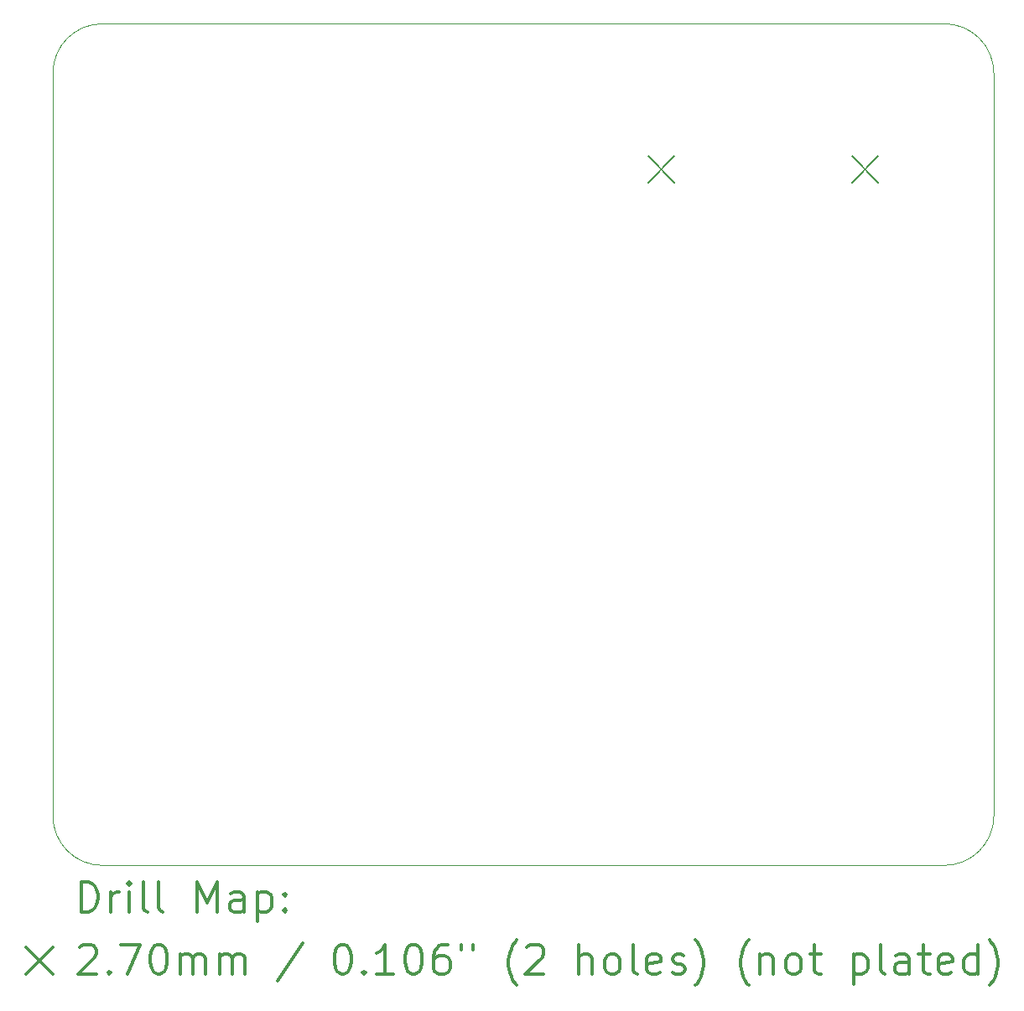
<source format=gbr>
%FSLAX45Y45*%
G04 Gerber Fmt 4.5, Leading zero omitted, Abs format (unit mm)*
G04 Created by KiCad (PCBNEW 5.1.5+dfsg1-2build2) date 2022-03-08 20:12:54*
%MOMM*%
%LPD*%
G04 APERTURE LIST*
%TA.AperFunction,Profile*%
%ADD10C,0.050000*%
%TD*%
%ADD11C,0.200000*%
%ADD12C,0.300000*%
G04 APERTURE END LIST*
D10*
X13500000Y-4900000D02*
G75*
G02X14000000Y-5400000I0J-500000D01*
G01*
X4500000Y-5400000D02*
G75*
G02X5000000Y-4900000I500000J0D01*
G01*
X5000000Y-13400000D02*
G75*
G02X4500000Y-12900000I0J500000D01*
G01*
X14000000Y-12900000D02*
G75*
G02X13500000Y-13400000I-500000J0D01*
G01*
X13500000Y-13400000D02*
X5000000Y-13400000D01*
X14000000Y-12900000D02*
X14000000Y-5400000D01*
X13500000Y-4900000D02*
X5000000Y-4900000D01*
X4500000Y-5400000D02*
X4500000Y-12900000D01*
D11*
X10507600Y-6233100D02*
X10777600Y-6503100D01*
X10777600Y-6233100D02*
X10507600Y-6503100D01*
X12565000Y-6233100D02*
X12835000Y-6503100D01*
X12835000Y-6233100D02*
X12565000Y-6503100D01*
D12*
X4783928Y-13868214D02*
X4783928Y-13568214D01*
X4855357Y-13568214D01*
X4898214Y-13582500D01*
X4926786Y-13611071D01*
X4941071Y-13639643D01*
X4955357Y-13696786D01*
X4955357Y-13739643D01*
X4941071Y-13796786D01*
X4926786Y-13825357D01*
X4898214Y-13853929D01*
X4855357Y-13868214D01*
X4783928Y-13868214D01*
X5083928Y-13868214D02*
X5083928Y-13668214D01*
X5083928Y-13725357D02*
X5098214Y-13696786D01*
X5112500Y-13682500D01*
X5141071Y-13668214D01*
X5169643Y-13668214D01*
X5269643Y-13868214D02*
X5269643Y-13668214D01*
X5269643Y-13568214D02*
X5255357Y-13582500D01*
X5269643Y-13596786D01*
X5283928Y-13582500D01*
X5269643Y-13568214D01*
X5269643Y-13596786D01*
X5455357Y-13868214D02*
X5426786Y-13853929D01*
X5412500Y-13825357D01*
X5412500Y-13568214D01*
X5612500Y-13868214D02*
X5583928Y-13853929D01*
X5569643Y-13825357D01*
X5569643Y-13568214D01*
X5955357Y-13868214D02*
X5955357Y-13568214D01*
X6055357Y-13782500D01*
X6155357Y-13568214D01*
X6155357Y-13868214D01*
X6426786Y-13868214D02*
X6426786Y-13711071D01*
X6412500Y-13682500D01*
X6383928Y-13668214D01*
X6326786Y-13668214D01*
X6298214Y-13682500D01*
X6426786Y-13853929D02*
X6398214Y-13868214D01*
X6326786Y-13868214D01*
X6298214Y-13853929D01*
X6283928Y-13825357D01*
X6283928Y-13796786D01*
X6298214Y-13768214D01*
X6326786Y-13753929D01*
X6398214Y-13753929D01*
X6426786Y-13739643D01*
X6569643Y-13668214D02*
X6569643Y-13968214D01*
X6569643Y-13682500D02*
X6598214Y-13668214D01*
X6655357Y-13668214D01*
X6683928Y-13682500D01*
X6698214Y-13696786D01*
X6712500Y-13725357D01*
X6712500Y-13811071D01*
X6698214Y-13839643D01*
X6683928Y-13853929D01*
X6655357Y-13868214D01*
X6598214Y-13868214D01*
X6569643Y-13853929D01*
X6841071Y-13839643D02*
X6855357Y-13853929D01*
X6841071Y-13868214D01*
X6826786Y-13853929D01*
X6841071Y-13839643D01*
X6841071Y-13868214D01*
X6841071Y-13682500D02*
X6855357Y-13696786D01*
X6841071Y-13711071D01*
X6826786Y-13696786D01*
X6841071Y-13682500D01*
X6841071Y-13711071D01*
X4227500Y-14227500D02*
X4497500Y-14497500D01*
X4497500Y-14227500D02*
X4227500Y-14497500D01*
X4769643Y-14226786D02*
X4783928Y-14212500D01*
X4812500Y-14198214D01*
X4883928Y-14198214D01*
X4912500Y-14212500D01*
X4926786Y-14226786D01*
X4941071Y-14255357D01*
X4941071Y-14283929D01*
X4926786Y-14326786D01*
X4755357Y-14498214D01*
X4941071Y-14498214D01*
X5069643Y-14469643D02*
X5083928Y-14483929D01*
X5069643Y-14498214D01*
X5055357Y-14483929D01*
X5069643Y-14469643D01*
X5069643Y-14498214D01*
X5183928Y-14198214D02*
X5383928Y-14198214D01*
X5255357Y-14498214D01*
X5555357Y-14198214D02*
X5583928Y-14198214D01*
X5612500Y-14212500D01*
X5626786Y-14226786D01*
X5641071Y-14255357D01*
X5655357Y-14312500D01*
X5655357Y-14383929D01*
X5641071Y-14441071D01*
X5626786Y-14469643D01*
X5612500Y-14483929D01*
X5583928Y-14498214D01*
X5555357Y-14498214D01*
X5526786Y-14483929D01*
X5512500Y-14469643D01*
X5498214Y-14441071D01*
X5483928Y-14383929D01*
X5483928Y-14312500D01*
X5498214Y-14255357D01*
X5512500Y-14226786D01*
X5526786Y-14212500D01*
X5555357Y-14198214D01*
X5783928Y-14498214D02*
X5783928Y-14298214D01*
X5783928Y-14326786D02*
X5798214Y-14312500D01*
X5826786Y-14298214D01*
X5869643Y-14298214D01*
X5898214Y-14312500D01*
X5912500Y-14341071D01*
X5912500Y-14498214D01*
X5912500Y-14341071D02*
X5926786Y-14312500D01*
X5955357Y-14298214D01*
X5998214Y-14298214D01*
X6026786Y-14312500D01*
X6041071Y-14341071D01*
X6041071Y-14498214D01*
X6183928Y-14498214D02*
X6183928Y-14298214D01*
X6183928Y-14326786D02*
X6198214Y-14312500D01*
X6226786Y-14298214D01*
X6269643Y-14298214D01*
X6298214Y-14312500D01*
X6312500Y-14341071D01*
X6312500Y-14498214D01*
X6312500Y-14341071D02*
X6326786Y-14312500D01*
X6355357Y-14298214D01*
X6398214Y-14298214D01*
X6426786Y-14312500D01*
X6441071Y-14341071D01*
X6441071Y-14498214D01*
X7026786Y-14183929D02*
X6769643Y-14569643D01*
X7412500Y-14198214D02*
X7441071Y-14198214D01*
X7469643Y-14212500D01*
X7483928Y-14226786D01*
X7498214Y-14255357D01*
X7512500Y-14312500D01*
X7512500Y-14383929D01*
X7498214Y-14441071D01*
X7483928Y-14469643D01*
X7469643Y-14483929D01*
X7441071Y-14498214D01*
X7412500Y-14498214D01*
X7383928Y-14483929D01*
X7369643Y-14469643D01*
X7355357Y-14441071D01*
X7341071Y-14383929D01*
X7341071Y-14312500D01*
X7355357Y-14255357D01*
X7369643Y-14226786D01*
X7383928Y-14212500D01*
X7412500Y-14198214D01*
X7641071Y-14469643D02*
X7655357Y-14483929D01*
X7641071Y-14498214D01*
X7626786Y-14483929D01*
X7641071Y-14469643D01*
X7641071Y-14498214D01*
X7941071Y-14498214D02*
X7769643Y-14498214D01*
X7855357Y-14498214D02*
X7855357Y-14198214D01*
X7826786Y-14241071D01*
X7798214Y-14269643D01*
X7769643Y-14283929D01*
X8126786Y-14198214D02*
X8155357Y-14198214D01*
X8183928Y-14212500D01*
X8198214Y-14226786D01*
X8212500Y-14255357D01*
X8226786Y-14312500D01*
X8226786Y-14383929D01*
X8212500Y-14441071D01*
X8198214Y-14469643D01*
X8183928Y-14483929D01*
X8155357Y-14498214D01*
X8126786Y-14498214D01*
X8098214Y-14483929D01*
X8083928Y-14469643D01*
X8069643Y-14441071D01*
X8055357Y-14383929D01*
X8055357Y-14312500D01*
X8069643Y-14255357D01*
X8083928Y-14226786D01*
X8098214Y-14212500D01*
X8126786Y-14198214D01*
X8483928Y-14198214D02*
X8426786Y-14198214D01*
X8398214Y-14212500D01*
X8383928Y-14226786D01*
X8355357Y-14269643D01*
X8341071Y-14326786D01*
X8341071Y-14441071D01*
X8355357Y-14469643D01*
X8369643Y-14483929D01*
X8398214Y-14498214D01*
X8455357Y-14498214D01*
X8483928Y-14483929D01*
X8498214Y-14469643D01*
X8512500Y-14441071D01*
X8512500Y-14369643D01*
X8498214Y-14341071D01*
X8483928Y-14326786D01*
X8455357Y-14312500D01*
X8398214Y-14312500D01*
X8369643Y-14326786D01*
X8355357Y-14341071D01*
X8341071Y-14369643D01*
X8626786Y-14198214D02*
X8626786Y-14255357D01*
X8741071Y-14198214D02*
X8741071Y-14255357D01*
X9183928Y-14612500D02*
X9169643Y-14598214D01*
X9141071Y-14555357D01*
X9126786Y-14526786D01*
X9112500Y-14483929D01*
X9098214Y-14412500D01*
X9098214Y-14355357D01*
X9112500Y-14283929D01*
X9126786Y-14241071D01*
X9141071Y-14212500D01*
X9169643Y-14169643D01*
X9183928Y-14155357D01*
X9283928Y-14226786D02*
X9298214Y-14212500D01*
X9326786Y-14198214D01*
X9398214Y-14198214D01*
X9426786Y-14212500D01*
X9441071Y-14226786D01*
X9455357Y-14255357D01*
X9455357Y-14283929D01*
X9441071Y-14326786D01*
X9269643Y-14498214D01*
X9455357Y-14498214D01*
X9812500Y-14498214D02*
X9812500Y-14198214D01*
X9941071Y-14498214D02*
X9941071Y-14341071D01*
X9926786Y-14312500D01*
X9898214Y-14298214D01*
X9855357Y-14298214D01*
X9826786Y-14312500D01*
X9812500Y-14326786D01*
X10126786Y-14498214D02*
X10098214Y-14483929D01*
X10083928Y-14469643D01*
X10069643Y-14441071D01*
X10069643Y-14355357D01*
X10083928Y-14326786D01*
X10098214Y-14312500D01*
X10126786Y-14298214D01*
X10169643Y-14298214D01*
X10198214Y-14312500D01*
X10212500Y-14326786D01*
X10226786Y-14355357D01*
X10226786Y-14441071D01*
X10212500Y-14469643D01*
X10198214Y-14483929D01*
X10169643Y-14498214D01*
X10126786Y-14498214D01*
X10398214Y-14498214D02*
X10369643Y-14483929D01*
X10355357Y-14455357D01*
X10355357Y-14198214D01*
X10626786Y-14483929D02*
X10598214Y-14498214D01*
X10541071Y-14498214D01*
X10512500Y-14483929D01*
X10498214Y-14455357D01*
X10498214Y-14341071D01*
X10512500Y-14312500D01*
X10541071Y-14298214D01*
X10598214Y-14298214D01*
X10626786Y-14312500D01*
X10641071Y-14341071D01*
X10641071Y-14369643D01*
X10498214Y-14398214D01*
X10755357Y-14483929D02*
X10783928Y-14498214D01*
X10841071Y-14498214D01*
X10869643Y-14483929D01*
X10883928Y-14455357D01*
X10883928Y-14441071D01*
X10869643Y-14412500D01*
X10841071Y-14398214D01*
X10798214Y-14398214D01*
X10769643Y-14383929D01*
X10755357Y-14355357D01*
X10755357Y-14341071D01*
X10769643Y-14312500D01*
X10798214Y-14298214D01*
X10841071Y-14298214D01*
X10869643Y-14312500D01*
X10983928Y-14612500D02*
X10998214Y-14598214D01*
X11026786Y-14555357D01*
X11041071Y-14526786D01*
X11055357Y-14483929D01*
X11069643Y-14412500D01*
X11069643Y-14355357D01*
X11055357Y-14283929D01*
X11041071Y-14241071D01*
X11026786Y-14212500D01*
X10998214Y-14169643D01*
X10983928Y-14155357D01*
X11526786Y-14612500D02*
X11512500Y-14598214D01*
X11483928Y-14555357D01*
X11469643Y-14526786D01*
X11455357Y-14483929D01*
X11441071Y-14412500D01*
X11441071Y-14355357D01*
X11455357Y-14283929D01*
X11469643Y-14241071D01*
X11483928Y-14212500D01*
X11512500Y-14169643D01*
X11526786Y-14155357D01*
X11641071Y-14298214D02*
X11641071Y-14498214D01*
X11641071Y-14326786D02*
X11655357Y-14312500D01*
X11683928Y-14298214D01*
X11726786Y-14298214D01*
X11755357Y-14312500D01*
X11769643Y-14341071D01*
X11769643Y-14498214D01*
X11955357Y-14498214D02*
X11926786Y-14483929D01*
X11912500Y-14469643D01*
X11898214Y-14441071D01*
X11898214Y-14355357D01*
X11912500Y-14326786D01*
X11926786Y-14312500D01*
X11955357Y-14298214D01*
X11998214Y-14298214D01*
X12026786Y-14312500D01*
X12041071Y-14326786D01*
X12055357Y-14355357D01*
X12055357Y-14441071D01*
X12041071Y-14469643D01*
X12026786Y-14483929D01*
X11998214Y-14498214D01*
X11955357Y-14498214D01*
X12141071Y-14298214D02*
X12255357Y-14298214D01*
X12183928Y-14198214D02*
X12183928Y-14455357D01*
X12198214Y-14483929D01*
X12226786Y-14498214D01*
X12255357Y-14498214D01*
X12583928Y-14298214D02*
X12583928Y-14598214D01*
X12583928Y-14312500D02*
X12612500Y-14298214D01*
X12669643Y-14298214D01*
X12698214Y-14312500D01*
X12712500Y-14326786D01*
X12726786Y-14355357D01*
X12726786Y-14441071D01*
X12712500Y-14469643D01*
X12698214Y-14483929D01*
X12669643Y-14498214D01*
X12612500Y-14498214D01*
X12583928Y-14483929D01*
X12898214Y-14498214D02*
X12869643Y-14483929D01*
X12855357Y-14455357D01*
X12855357Y-14198214D01*
X13141071Y-14498214D02*
X13141071Y-14341071D01*
X13126786Y-14312500D01*
X13098214Y-14298214D01*
X13041071Y-14298214D01*
X13012500Y-14312500D01*
X13141071Y-14483929D02*
X13112500Y-14498214D01*
X13041071Y-14498214D01*
X13012500Y-14483929D01*
X12998214Y-14455357D01*
X12998214Y-14426786D01*
X13012500Y-14398214D01*
X13041071Y-14383929D01*
X13112500Y-14383929D01*
X13141071Y-14369643D01*
X13241071Y-14298214D02*
X13355357Y-14298214D01*
X13283928Y-14198214D02*
X13283928Y-14455357D01*
X13298214Y-14483929D01*
X13326786Y-14498214D01*
X13355357Y-14498214D01*
X13569643Y-14483929D02*
X13541071Y-14498214D01*
X13483928Y-14498214D01*
X13455357Y-14483929D01*
X13441071Y-14455357D01*
X13441071Y-14341071D01*
X13455357Y-14312500D01*
X13483928Y-14298214D01*
X13541071Y-14298214D01*
X13569643Y-14312500D01*
X13583928Y-14341071D01*
X13583928Y-14369643D01*
X13441071Y-14398214D01*
X13841071Y-14498214D02*
X13841071Y-14198214D01*
X13841071Y-14483929D02*
X13812500Y-14498214D01*
X13755357Y-14498214D01*
X13726786Y-14483929D01*
X13712500Y-14469643D01*
X13698214Y-14441071D01*
X13698214Y-14355357D01*
X13712500Y-14326786D01*
X13726786Y-14312500D01*
X13755357Y-14298214D01*
X13812500Y-14298214D01*
X13841071Y-14312500D01*
X13955357Y-14612500D02*
X13969643Y-14598214D01*
X13998214Y-14555357D01*
X14012500Y-14526786D01*
X14026786Y-14483929D01*
X14041071Y-14412500D01*
X14041071Y-14355357D01*
X14026786Y-14283929D01*
X14012500Y-14241071D01*
X13998214Y-14212500D01*
X13969643Y-14169643D01*
X13955357Y-14155357D01*
M02*

</source>
